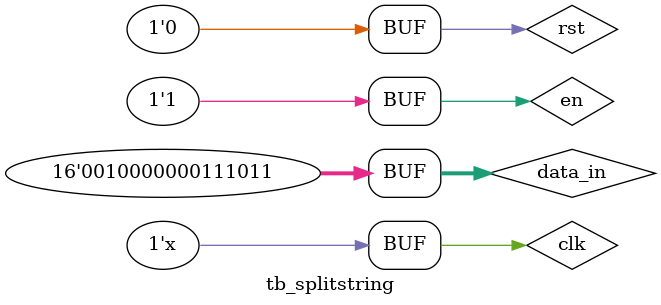
<source format=v>
`timescale 1ns / 1ps


module tb_splitstring(
    );
reg rst;
reg clk;
reg en;
reg [15:0] data_in;
wire done;
wire [7:0] mem_out;
decode_wrapper decode_i
       (.clk(clk),
        .data_in(data_in),
        .done(done),
        .en(en),
        .mem_out(mem_out),
        .rst(rst));
initial
begin
    clk = 0;
end
initial
begin
    en = 0;
    rst = 0;
    #10 
    en = 1;
    data_in = 16'b0010000000111011;
end
always #1 clk = ~clk;
endmodule

</source>
